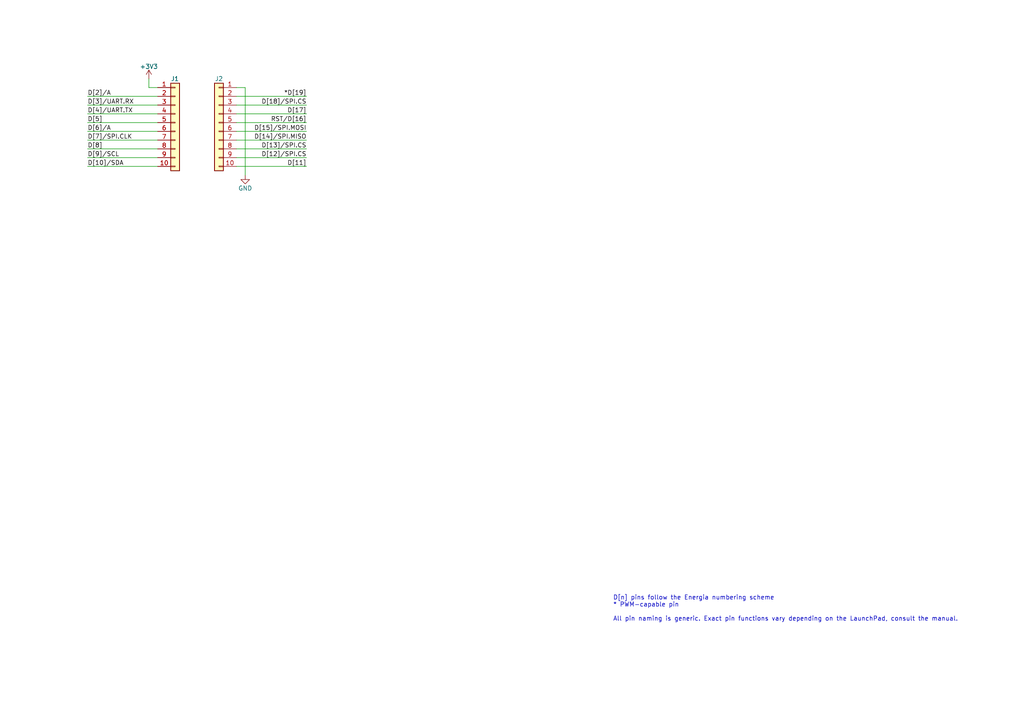
<source format=kicad_sch>
(kicad_sch (version 20211123) (generator eeschema)

  (uuid e63e39d7-6ac0-4ffd-8aa3-1841a4541b55)

  (paper "A4")

  (title_block
    (date "19 oct 2012")
  )

  (lib_symbols
    (symbol "Connector_Generic:Conn_01x10" (pin_names (offset 1.016) hide) (in_bom yes) (on_board yes)
      (property "Reference" "J" (id 0) (at 0 12.7 0)
        (effects (font (size 1.27 1.27)))
      )
      (property "Value" "Conn_01x10" (id 1) (at 0 -15.24 0)
        (effects (font (size 1.27 1.27)))
      )
      (property "Footprint" "" (id 2) (at 0 0 0)
        (effects (font (size 1.27 1.27)) hide)
      )
      (property "Datasheet" "~" (id 3) (at 0 0 0)
        (effects (font (size 1.27 1.27)) hide)
      )
      (property "ki_keywords" "connector" (id 4) (at 0 0 0)
        (effects (font (size 1.27 1.27)) hide)
      )
      (property "ki_description" "Generic connector, single row, 01x10, script generated (kicad-library-utils/schlib/autogen/connector/)" (id 5) (at 0 0 0)
        (effects (font (size 1.27 1.27)) hide)
      )
      (property "ki_fp_filters" "Connector*:*_1x??_*" (id 6) (at 0 0 0)
        (effects (font (size 1.27 1.27)) hide)
      )
      (symbol "Conn_01x10_1_1"
        (rectangle (start -1.27 -12.573) (end 0 -12.827)
          (stroke (width 0.1524) (type default) (color 0 0 0 0))
          (fill (type none))
        )
        (rectangle (start -1.27 -10.033) (end 0 -10.287)
          (stroke (width 0.1524) (type default) (color 0 0 0 0))
          (fill (type none))
        )
        (rectangle (start -1.27 -7.493) (end 0 -7.747)
          (stroke (width 0.1524) (type default) (color 0 0 0 0))
          (fill (type none))
        )
        (rectangle (start -1.27 -4.953) (end 0 -5.207)
          (stroke (width 0.1524) (type default) (color 0 0 0 0))
          (fill (type none))
        )
        (rectangle (start -1.27 -2.413) (end 0 -2.667)
          (stroke (width 0.1524) (type default) (color 0 0 0 0))
          (fill (type none))
        )
        (rectangle (start -1.27 0.127) (end 0 -0.127)
          (stroke (width 0.1524) (type default) (color 0 0 0 0))
          (fill (type none))
        )
        (rectangle (start -1.27 2.667) (end 0 2.413)
          (stroke (width 0.1524) (type default) (color 0 0 0 0))
          (fill (type none))
        )
        (rectangle (start -1.27 5.207) (end 0 4.953)
          (stroke (width 0.1524) (type default) (color 0 0 0 0))
          (fill (type none))
        )
        (rectangle (start -1.27 7.747) (end 0 7.493)
          (stroke (width 0.1524) (type default) (color 0 0 0 0))
          (fill (type none))
        )
        (rectangle (start -1.27 10.287) (end 0 10.033)
          (stroke (width 0.1524) (type default) (color 0 0 0 0))
          (fill (type none))
        )
        (rectangle (start -1.27 11.43) (end 1.27 -13.97)
          (stroke (width 0.254) (type default) (color 0 0 0 0))
          (fill (type background))
        )
        (pin passive line (at -5.08 10.16 0) (length 3.81)
          (name "Pin_1" (effects (font (size 1.27 1.27))))
          (number "1" (effects (font (size 1.27 1.27))))
        )
        (pin passive line (at -5.08 -12.7 0) (length 3.81)
          (name "Pin_10" (effects (font (size 1.27 1.27))))
          (number "10" (effects (font (size 1.27 1.27))))
        )
        (pin passive line (at -5.08 7.62 0) (length 3.81)
          (name "Pin_2" (effects (font (size 1.27 1.27))))
          (number "2" (effects (font (size 1.27 1.27))))
        )
        (pin passive line (at -5.08 5.08 0) (length 3.81)
          (name "Pin_3" (effects (font (size 1.27 1.27))))
          (number "3" (effects (font (size 1.27 1.27))))
        )
        (pin passive line (at -5.08 2.54 0) (length 3.81)
          (name "Pin_4" (effects (font (size 1.27 1.27))))
          (number "4" (effects (font (size 1.27 1.27))))
        )
        (pin passive line (at -5.08 0 0) (length 3.81)
          (name "Pin_5" (effects (font (size 1.27 1.27))))
          (number "5" (effects (font (size 1.27 1.27))))
        )
        (pin passive line (at -5.08 -2.54 0) (length 3.81)
          (name "Pin_6" (effects (font (size 1.27 1.27))))
          (number "6" (effects (font (size 1.27 1.27))))
        )
        (pin passive line (at -5.08 -5.08 0) (length 3.81)
          (name "Pin_7" (effects (font (size 1.27 1.27))))
          (number "7" (effects (font (size 1.27 1.27))))
        )
        (pin passive line (at -5.08 -7.62 0) (length 3.81)
          (name "Pin_8" (effects (font (size 1.27 1.27))))
          (number "8" (effects (font (size 1.27 1.27))))
        )
        (pin passive line (at -5.08 -10.16 0) (length 3.81)
          (name "Pin_9" (effects (font (size 1.27 1.27))))
          (number "9" (effects (font (size 1.27 1.27))))
        )
      )
    )
    (symbol "power:+3.3V" (power) (pin_names (offset 0)) (in_bom yes) (on_board yes)
      (property "Reference" "#PWR" (id 0) (at 0 -3.81 0)
        (effects (font (size 1.27 1.27)) hide)
      )
      (property "Value" "+3.3V" (id 1) (at 0 3.556 0)
        (effects (font (size 1.27 1.27)))
      )
      (property "Footprint" "" (id 2) (at 0 0 0)
        (effects (font (size 1.27 1.27)) hide)
      )
      (property "Datasheet" "" (id 3) (at 0 0 0)
        (effects (font (size 1.27 1.27)) hide)
      )
      (property "ki_keywords" "power-flag" (id 4) (at 0 0 0)
        (effects (font (size 1.27 1.27)) hide)
      )
      (property "ki_description" "Power symbol creates a global label with name \"+3.3V\"" (id 5) (at 0 0 0)
        (effects (font (size 1.27 1.27)) hide)
      )
      (symbol "+3.3V_0_1"
        (polyline
          (pts
            (xy -0.762 1.27)
            (xy 0 2.54)
          )
          (stroke (width 0) (type default) (color 0 0 0 0))
          (fill (type none))
        )
        (polyline
          (pts
            (xy 0 0)
            (xy 0 2.54)
          )
          (stroke (width 0) (type default) (color 0 0 0 0))
          (fill (type none))
        )
        (polyline
          (pts
            (xy 0 2.54)
            (xy 0.762 1.27)
          )
          (stroke (width 0) (type default) (color 0 0 0 0))
          (fill (type none))
        )
      )
      (symbol "+3.3V_1_1"
        (pin power_in line (at 0 0 90) (length 0) hide
          (name "+3V3" (effects (font (size 1.27 1.27))))
          (number "1" (effects (font (size 1.27 1.27))))
        )
      )
    )
    (symbol "power:GND" (power) (pin_names (offset 0)) (in_bom yes) (on_board yes)
      (property "Reference" "#PWR" (id 0) (at 0 -6.35 0)
        (effects (font (size 1.27 1.27)) hide)
      )
      (property "Value" "GND" (id 1) (at 0 -3.81 0)
        (effects (font (size 1.27 1.27)))
      )
      (property "Footprint" "" (id 2) (at 0 0 0)
        (effects (font (size 1.27 1.27)) hide)
      )
      (property "Datasheet" "" (id 3) (at 0 0 0)
        (effects (font (size 1.27 1.27)) hide)
      )
      (property "ki_keywords" "power-flag" (id 4) (at 0 0 0)
        (effects (font (size 1.27 1.27)) hide)
      )
      (property "ki_description" "Power symbol creates a global label with name \"GND\" , ground" (id 5) (at 0 0 0)
        (effects (font (size 1.27 1.27)) hide)
      )
      (symbol "GND_0_1"
        (polyline
          (pts
            (xy 0 0)
            (xy 0 -1.27)
            (xy 1.27 -1.27)
            (xy 0 -2.54)
            (xy -1.27 -1.27)
            (xy 0 -1.27)
          )
          (stroke (width 0) (type default) (color 0 0 0 0))
          (fill (type none))
        )
      )
      (symbol "GND_1_1"
        (pin power_in line (at 0 0 270) (length 0) hide
          (name "GND" (effects (font (size 1.27 1.27))))
          (number "1" (effects (font (size 1.27 1.27))))
        )
      )
    )
  )


  (wire (pts (xy 68.58 45.72) (xy 88.9 45.72))
    (stroke (width 0) (type solid) (color 0 0 0 0))
    (uuid 01cba31e-dfc8-4689-b037-01975897e965)
  )
  (wire (pts (xy 68.58 27.94) (xy 88.9 27.94))
    (stroke (width 0) (type solid) (color 0 0 0 0))
    (uuid 0589a47d-8535-481a-bf83-5ca7165b5e4f)
  )
  (wire (pts (xy 68.58 48.26) (xy 88.9 48.26))
    (stroke (width 0) (type solid) (color 0 0 0 0))
    (uuid 063a9063-17f1-4ac4-b86d-829de15debc2)
  )
  (wire (pts (xy 25.4 35.56) (xy 45.72 35.56))
    (stroke (width 0) (type solid) (color 0 0 0 0))
    (uuid 0681aec3-e9c8-47e7-a823-1fa9d47f4fb3)
  )
  (wire (pts (xy 68.58 35.56) (xy 88.9 35.56))
    (stroke (width 0) (type solid) (color 0 0 0 0))
    (uuid 09f1baab-09b9-4de8-8eec-cac356723d04)
  )
  (wire (pts (xy 25.4 40.64) (xy 45.72 40.64))
    (stroke (width 0) (type solid) (color 0 0 0 0))
    (uuid 2f7f2d7e-c226-434c-aae0-baa1765145fa)
  )
  (wire (pts (xy 25.4 27.94) (xy 45.72 27.94))
    (stroke (width 0) (type solid) (color 0 0 0 0))
    (uuid 45c034b4-2197-431a-b43b-c2eefeb0e7a5)
  )
  (wire (pts (xy 25.4 30.48) (xy 45.72 30.48))
    (stroke (width 0) (type solid) (color 0 0 0 0))
    (uuid 527016d1-36ac-49c7-9526-c179583180a3)
  )
  (wire (pts (xy 25.4 48.26) (xy 45.72 48.26))
    (stroke (width 0) (type solid) (color 0 0 0 0))
    (uuid 5de655f4-a35c-4db9-b72c-ffdde0b2969d)
  )
  (wire (pts (xy 68.58 30.48) (xy 88.9 30.48))
    (stroke (width 0) (type solid) (color 0 0 0 0))
    (uuid 71ef4f72-e874-4d2e-9100-0617da5300f6)
  )
  (wire (pts (xy 25.4 45.72) (xy 45.72 45.72))
    (stroke (width 0) (type solid) (color 0 0 0 0))
    (uuid 822f6c40-ad66-4bbc-a484-cd5f0723fb4e)
  )
  (wire (pts (xy 25.4 43.18) (xy 45.72 43.18))
    (stroke (width 0) (type solid) (color 0 0 0 0))
    (uuid 89a49efc-78b3-44d7-a15f-7dbf26701fab)
  )
  (wire (pts (xy 68.58 25.4) (xy 71.12 25.4))
    (stroke (width 0) (type solid) (color 0 0 0 0))
    (uuid a5f5cd64-888a-472e-98c2-b4966cf172a1)
  )
  (wire (pts (xy 71.12 25.4) (xy 71.12 50.8))
    (stroke (width 0) (type solid) (color 0 0 0 0))
    (uuid a5f5cd64-888a-472e-98c2-b4966cf172a2)
  )
  (wire (pts (xy 68.58 43.18) (xy 88.9 43.18))
    (stroke (width 0) (type solid) (color 0 0 0 0))
    (uuid aa6d0e1b-a62d-4762-b725-dac74bbc5409)
  )
  (wire (pts (xy 43.18 22.86) (xy 43.18 25.4))
    (stroke (width 0) (type solid) (color 0 0 0 0))
    (uuid b5e0652f-cdd3-47cc-aecd-ac0ebcb880cd)
  )
  (wire (pts (xy 45.72 25.4) (xy 43.18 25.4))
    (stroke (width 0) (type solid) (color 0 0 0 0))
    (uuid b5e0652f-cdd3-47cc-aecd-ac0ebcb880ce)
  )
  (wire (pts (xy 68.58 33.02) (xy 88.9 33.02))
    (stroke (width 0) (type solid) (color 0 0 0 0))
    (uuid c55fd8e7-7561-4379-87a5-5d9e15b471b7)
  )
  (wire (pts (xy 68.58 40.64) (xy 88.9 40.64))
    (stroke (width 0) (type solid) (color 0 0 0 0))
    (uuid ca3da08c-e284-4971-b854-8dc66223b4ac)
  )
  (wire (pts (xy 25.4 38.1) (xy 45.72 38.1))
    (stroke (width 0) (type solid) (color 0 0 0 0))
    (uuid d336abc2-5ef5-49b7-b188-6bef753e637c)
  )
  (wire (pts (xy 25.4 33.02) (xy 45.72 33.02))
    (stroke (width 0) (type solid) (color 0 0 0 0))
    (uuid d59fc7d9-2c08-4791-9ac2-b7308c1a1d0d)
  )
  (wire (pts (xy 68.58 38.1) (xy 88.9 38.1))
    (stroke (width 0) (type solid) (color 0 0 0 0))
    (uuid d734cd3d-c573-423a-991d-59193f7acb85)
  )

  (text "D[n] pins follow the Energia numbering scheme\n* PWM-capable pin\n\nAll pin naming is generic. Exact pin functions vary depending on the LaunchPad, consult the manual."
    (at 177.8 180.34 0)
    (effects (font (size 1.27 1.27)) (justify left bottom))
    (uuid ff0526bf-5744-46b0-bc6a-c66cc45c67f9)
  )

  (label "D[2]{slash}A" (at 25.4 27.94 0)
    (effects (font (size 1.27 1.27)) (justify left bottom))
    (uuid 029e8c6c-f4ab-40c9-b6a9-c2f28ac13747)
  )
  (label "D[11]" (at 88.9 48.26 180)
    (effects (font (size 1.27 1.27)) (justify right bottom))
    (uuid 0523f2f8-b3c8-44cf-983e-d30e47cb4409)
  )
  (label "D[15]{slash}SPI.MOSI" (at 88.9 38.1 180)
    (effects (font (size 1.27 1.27)) (justify right bottom))
    (uuid 09b08b4f-0e69-4590-bb0b-6d9574d88f3f)
  )
  (label "D[18]{slash}SPI.CS" (at 88.9 30.48 180)
    (effects (font (size 1.27 1.27)) (justify right bottom))
    (uuid 220e5a85-82ff-42b1-aad9-c387d6a8ad31)
  )
  (label "D[7]{slash}SPI.CLK" (at 25.4 40.64 0)
    (effects (font (size 1.27 1.27)) (justify left bottom))
    (uuid 3330c993-4051-4fc1-976d-89a939813aaa)
  )
  (label "D[17]" (at 88.9 33.02 180)
    (effects (font (size 1.27 1.27)) (justify right bottom))
    (uuid 500a738a-758e-4c5a-82ff-d892c8dc5e5e)
  )
  (label "D[6]{slash}A" (at 25.4 38.1 0)
    (effects (font (size 1.27 1.27)) (justify left bottom))
    (uuid 530e4eaf-d5ad-41b6-96c8-76391e54474a)
  )
  (label "*D[19]" (at 88.9 27.94 180)
    (effects (font (size 1.27 1.27)) (justify right bottom))
    (uuid 53aa76c1-4115-417f-81d8-1dd0a43ebbc1)
  )
  (label "D[9]{slash}SCL" (at 25.4 45.72 0)
    (effects (font (size 1.27 1.27)) (justify left bottom))
    (uuid 63621ff3-ad5c-4c4b-ac42-4ee974ceffec)
  )
  (label "RST{slash}D[16]" (at 88.9 35.56 180)
    (effects (font (size 1.27 1.27)) (justify right bottom))
    (uuid 6463328b-0f34-4c79-84a7-c449f6d17db7)
  )
  (label "D[10]{slash}SDA" (at 25.4 48.26 0)
    (effects (font (size 1.27 1.27)) (justify left bottom))
    (uuid 71f1229a-a3d3-4f6f-a633-2a4027d99bac)
  )
  (label "D[5]" (at 25.4 35.56 0)
    (effects (font (size 1.27 1.27)) (justify left bottom))
    (uuid 7b450686-27d6-401f-adae-5eb3af37f3ca)
  )
  (label "D[13]{slash}SPI.CS" (at 88.9 43.18 180)
    (effects (font (size 1.27 1.27)) (justify right bottom))
    (uuid 9ee50497-13cf-46d8-8ce5-ca736b2ed666)
  )
  (label "D[4]{slash}UART.TX" (at 25.4 33.02 0)
    (effects (font (size 1.27 1.27)) (justify left bottom))
    (uuid a21efc7a-10cd-4707-816c-d96816d741dc)
  )
  (label "D[8]" (at 25.4 43.18 0)
    (effects (font (size 1.27 1.27)) (justify left bottom))
    (uuid a345c7b0-d6f4-43ae-b508-40c9af799bce)
  )
  (label "D[14]{slash}SPI.MISO" (at 88.9 40.64 180)
    (effects (font (size 1.27 1.27)) (justify right bottom))
    (uuid c899abb5-dece-4f89-84cb-ddec35998d2a)
  )
  (label "D[12]{slash}SPI.CS" (at 88.9 45.72 180)
    (effects (font (size 1.27 1.27)) (justify right bottom))
    (uuid d09eefa0-fa20-485b-9386-8a887d0ddfdb)
  )
  (label "D[3]{slash}UART.RX" (at 25.4 30.48 0)
    (effects (font (size 1.27 1.27)) (justify left bottom))
    (uuid d205112a-d14c-46a2-b1d7-629949b50ee6)
  )

  (symbol (lib_id "Connector_Generic:Conn_01x10") (at 50.8 35.56 0) (unit 1)
    (in_bom yes) (on_board yes)
    (uuid 78da23de-1006-46e5-8c2b-1930d382d592)
    (property "Reference" "J1" (id 0) (at 49.53 22.86 0)
      (effects (font (size 1.27 1.27)) (justify left))
    )
    (property "Value" "Conn_01x10" (id 1) (at 53.34 39.37 0)
      (effects (font (size 1.27 1.27)) (justify left) hide)
    )
    (property "Footprint" "Connector_PinSocket_2.54mm:PinSocket_1x10_P2.54mm_Vertical" (id 2) (at 50.8 35.56 0)
      (effects (font (size 1.27 1.27)) hide)
    )
    (property "Datasheet" "~" (id 3) (at 50.8 35.56 0)
      (effects (font (size 1.27 1.27)) hide)
    )
    (pin "1" (uuid 2e9d57b7-5f10-4ec9-9f93-abc4fbb51347))
    (pin "10" (uuid 0b5d78c9-27a2-4b8b-a148-933605788bc6))
    (pin "2" (uuid 934ea286-6905-44cb-897b-2ab7d3e108a0))
    (pin "3" (uuid 8a28b0dc-1c60-4da8-bff4-4e864a128f3d))
    (pin "4" (uuid 33bfa367-442f-47be-aa2c-49ddbfe9c0a3))
    (pin "5" (uuid 7e592b9b-8a18-4682-aefe-ba9690d03cb0))
    (pin "6" (uuid 43186c44-b0bd-4e93-8640-fffe06b8f818))
    (pin "7" (uuid 86e1cc7f-7b41-42c8-a32b-8b8e934dbfcc))
    (pin "8" (uuid 0f256d66-65e9-4d0e-8531-2f91dfdb3c75))
    (pin "9" (uuid f0f5b570-5d86-4e4e-b66d-08ea9c3a9a31))
  )

  (symbol (lib_id "power:+3.3V") (at 43.18 22.86 0) (unit 1)
    (in_bom yes) (on_board yes)
    (uuid a5c4aa61-c742-44ba-bdb2-6425c30d76ef)
    (property "Reference" "#PWR?" (id 0) (at 43.18 26.67 0)
      (effects (font (size 1.27 1.27)) hide)
    )
    (property "Value" "+3.3V" (id 1) (at 43.18 19.304 0))
    (property "Footprint" "" (id 2) (at 43.18 22.86 0)
      (effects (font (size 1.27 1.27)) hide)
    )
    (property "Datasheet" "" (id 3) (at 43.18 22.86 0)
      (effects (font (size 1.27 1.27)) hide)
    )
    (pin "1" (uuid 44ac796e-261a-437f-a011-ff7cfc78c64e))
  )

  (symbol (lib_id "Connector_Generic:Conn_01x10") (at 63.5 35.56 0) (mirror y) (unit 1)
    (in_bom yes) (on_board yes)
    (uuid c4fa8853-74cd-43c9-9f31-23e13d3e7b9b)
    (property "Reference" "J2" (id 0) (at 63.5 22.86 0))
    (property "Value" "Conn_01x10" (id 1) (at 66.04 52.07 0)
      (effects (font (size 1.27 1.27)) hide)
    )
    (property "Footprint" "Connector_PinSocket_2.54mm:PinSocket_1x10_P2.54mm_Vertical" (id 2) (at 63.5 35.56 0)
      (effects (font (size 1.27 1.27)) hide)
    )
    (property "Datasheet" "~" (id 3) (at 63.5 35.56 0)
      (effects (font (size 1.27 1.27)) hide)
    )
    (pin "1" (uuid 3674601f-fca7-42a5-bee9-32ab5e471e0a))
    (pin "10" (uuid 9d2832be-a1cf-4952-b3b4-03c3839a6d92))
    (pin "2" (uuid 2c9b3101-9c88-4bb4-8596-5a2daece74e9))
    (pin "3" (uuid 701b6725-1902-4b6e-9290-47061f08564c))
    (pin "4" (uuid b6342888-4ac4-47f0-a217-33eab22b65aa))
    (pin "5" (uuid 1de15457-47d6-4d07-82da-7a7b8b292a71))
    (pin "6" (uuid 530c43b2-fb22-470c-8145-923a22ce8d94))
    (pin "7" (uuid a86523eb-b45b-4079-bcab-1c8ff45b5306))
    (pin "8" (uuid a9b7de3e-26ba-4c1e-bc37-47c185a7a314))
    (pin "9" (uuid 61acdc80-adad-408a-a539-3af346e534c9))
  )

  (symbol (lib_id "power:GND") (at 71.12 50.8 0) (unit 1)
    (in_bom yes) (on_board yes)
    (uuid f5be977d-b942-4d87-a9da-3ed7e08a970d)
    (property "Reference" "#PWR?" (id 0) (at 71.12 57.15 0)
      (effects (font (size 1.27 1.27)) hide)
    )
    (property "Value" "GND" (id 1) (at 71.12 54.61 0))
    (property "Footprint" "" (id 2) (at 71.12 50.8 0)
      (effects (font (size 1.27 1.27)) hide)
    )
    (property "Datasheet" "" (id 3) (at 71.12 50.8 0)
      (effects (font (size 1.27 1.27)) hide)
    )
    (pin "1" (uuid 3be1bb7c-fe27-4976-b2ec-07a4b042bd76))
  )

  (sheet_instances
    (path "/" (page "1"))
  )

  (symbol_instances
    (path "/a5c4aa61-c742-44ba-bdb2-6425c30d76ef"
      (reference "#PWR?") (unit 1) (value "+3.3V") (footprint "")
    )
    (path "/f5be977d-b942-4d87-a9da-3ed7e08a970d"
      (reference "#PWR?") (unit 1) (value "GND") (footprint "")
    )
    (path "/78da23de-1006-46e5-8c2b-1930d382d592"
      (reference "J1") (unit 1) (value "Conn_01x10") (footprint "Connector_PinSocket_2.54mm:PinSocket_1x10_P2.54mm_Vertical")
    )
    (path "/c4fa8853-74cd-43c9-9f31-23e13d3e7b9b"
      (reference "J2") (unit 1) (value "Conn_01x10") (footprint "Connector_PinSocket_2.54mm:PinSocket_1x10_P2.54mm_Vertical")
    )
  )
)

</source>
